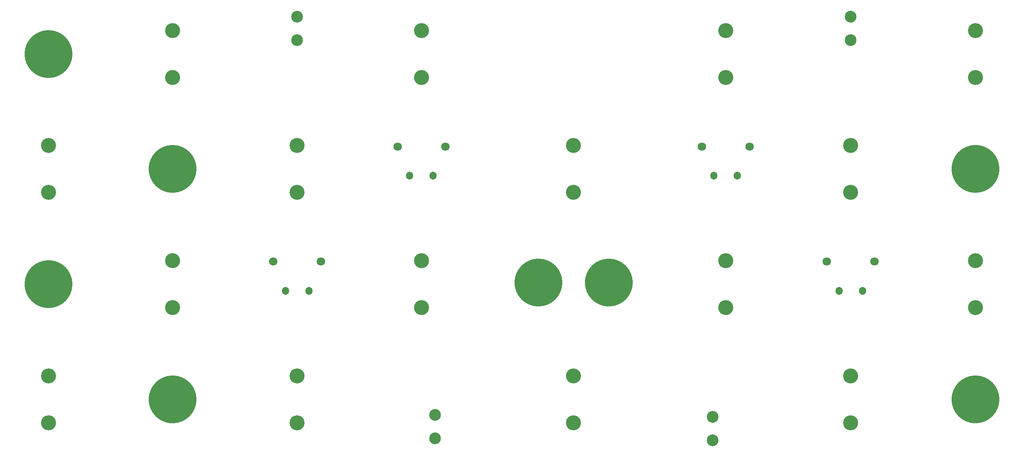
<source format=gts>
G04*
G04 #@! TF.GenerationSoftware,Altium Limited,Altium Designer,22.8.2 (66)*
G04*
G04 Layer_Color=8388736*
%FSLAX44Y44*%
%MOMM*%
G71*
G04*
G04 #@! TF.SameCoordinates,9A62F31F-D48D-475B-933D-7D02DB87FC69*
G04*
G04*
G04 #@! TF.FilePolarity,Negative*
G04*
G01*
G75*
%ADD13C,10.2032*%
%ADD14C,1.8032*%
%ADD15O,1.5032X1.7032*%
%ADD16C,3.2032*%
%ADD17C,2.5032*%
D13*
X1373730Y1070320D02*
D03*
X1523730D02*
D03*
X594970Y1312224D02*
D03*
Y821688D02*
D03*
X330178Y1066956D02*
D03*
Y1557492D02*
D03*
X2304390Y821685D02*
D03*
Y1312224D02*
D03*
D14*
X1175369Y1360328D02*
D03*
X1073769D02*
D03*
X2089096Y1115060D02*
D03*
X1987496D02*
D03*
X1823012Y1360328D02*
D03*
X1721412D02*
D03*
X910565Y1115060D02*
D03*
X808965D02*
D03*
D15*
X1099569Y1298098D02*
D03*
X1149569D02*
D03*
X1747212D02*
D03*
X1797212D02*
D03*
X834765Y1052830D02*
D03*
X884765D02*
D03*
X2013296D02*
D03*
X2063296D02*
D03*
D16*
X330178Y1362222D02*
D03*
Y1262222D02*
D03*
Y871687D02*
D03*
Y771687D02*
D03*
X2038305Y1362222D02*
D03*
Y1262222D02*
D03*
X1448063Y1362222D02*
D03*
Y1262222D02*
D03*
X594970Y1607490D02*
D03*
Y1507490D02*
D03*
X1772221Y1116954D02*
D03*
Y1016954D02*
D03*
Y1607490D02*
D03*
Y1507490D02*
D03*
X2038305Y871687D02*
D03*
Y771687D02*
D03*
X2304390Y1607493D02*
D03*
Y1507493D02*
D03*
Y1116954D02*
D03*
Y1016954D02*
D03*
X859774Y1362222D02*
D03*
Y1262222D02*
D03*
X1124578Y1607490D02*
D03*
Y1507490D02*
D03*
X1448063Y871687D02*
D03*
Y771687D02*
D03*
X859774Y871687D02*
D03*
Y771687D02*
D03*
X1124578Y1116954D02*
D03*
Y1016954D02*
D03*
X594970Y1116954D02*
D03*
Y1016954D02*
D03*
D17*
X1744320Y784460D02*
D03*
Y734460D02*
D03*
X1153770Y788270D02*
D03*
Y738270D02*
D03*
X859767Y1636630D02*
D03*
Y1586630D02*
D03*
X2038280Y1636630D02*
D03*
Y1586630D02*
D03*
M02*

</source>
